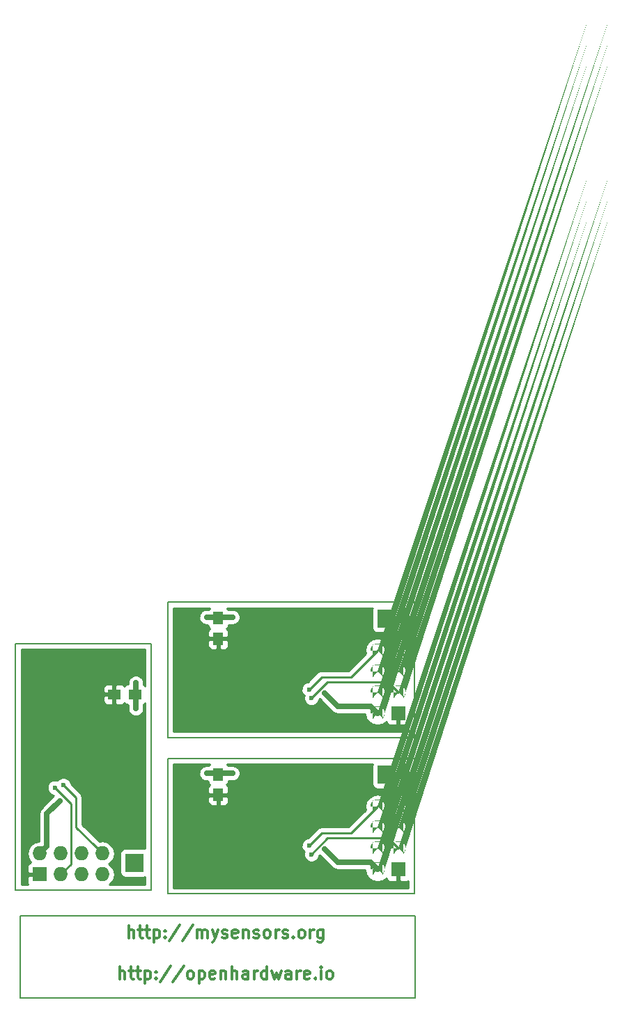
<source format=gtl>
%MOIN*%
%OFA0B0*%
%FSLAX46Y46*%
%IPPOS*%
%LPD*%
%AMREC130*
4,1,3,
0.034,-0.034,
0.034,0.034,
-0.034,0.034,
-0.034,-0.034,
0*
%
%AMOBR140*
4,1,79,
-0.034,0.0000000000000000020818308014980413,
-0.033895189346926355,0.0026676092547467303,
-0.033581403580234689,0.0053187718113678522,
-0.033060577293521007,0.0079371423711007867,
-0.032335921554035224,0.010506577808748214,
-0.031411904105383755,0.013011236700413056,
-0.030294221822404512,0.015435676991144594,
-0.028989765588039139,0.017764951200342265,
-0.027506577808748215,0.019984698577944087,
-0.025853802830401056,0.022081233643226245,
-0.024041630560342621,0.024041630560342617,
-0.022081233643226245,0.025853802830401056,
-0.019984698577944087,0.027506577808748215,
-0.017764951200342265,0.028989765588039139,
-0.015435676991144592,0.030294221822404512,
-0.013011236700413053,0.031411904105383755,
-0.010506577808748212,0.032335921554035224,
-0.0079371423711007832,0.033060577293521007,
-0.0053187718113678496,0.033581403580234689,
-0.0026676092547467281,0.033895189346926355,
0,0.034,
0.0026676092547467281,0.033895189346926355,
0.0053187718113678496,0.033581403580234689,
0.007937142371100785,0.033060577293521007,
0.010506577808748212,0.032335921554035224,
0.013011236700413053,0.031411904105383755,
0.015435676991144592,0.030294221822404512,
0.017764951200342265,0.028989765588039139,
0.019984698577944087,0.027506577808748219,
0.022081233643226245,0.025853802830401056,
0.024041630560342617,0.024041630560342621,
0.025853802830401052,0.022081233643226249,
0.027506577808748215,0.019984698577944091,
0.028989765588039139,0.017764951200342265,
0.030294221822404509,0.015435676991144594,
0.031411904105383755,0.013011236700413053,
0.032335921554035224,0.010506577808748214,
0.033060577293521007,0.0079371423711007867,
0.033581403580234689,0.0053187718113678522,
0.033895189346926355,0.0026676092547467303,
0.034,0.0000000000000000020818308014980413,
0.033895189346926355,-0.0026676092547467264,
0.033581403580234689,-0.0053187718113678478,
0.033060577293521007,-0.0079371423711007832,
0.032335921554035224,-0.01050657780874821,
0.031411904105383755,-0.013011236700413051,
0.030294221822404512,-0.015435676991144589,
0.028989765588039142,-0.017764951200342261,
0.027506577808748219,-0.019984698577944084,
0.025853802830401056,-0.022081233643226245,
0.024041630560342621,-0.024041630560342617,
0.022081233643226238,-0.025853802830401063,
0.019984698577944091,-0.027506577808748215,
0.017764951200342251,-0.028989765588039142,
0.015435676991144596,-0.030294221822404509,
0.013011236700413072,-0.031411904105383741,
0.010506577808748217,-0.032335921554035224,
0.0079371423711007746,-0.033060577293521007,
0.0053187718113678548,-0.033581403580234682,
0.0026676092547467472,-0.033895189346926355,
0.0000000000000000041636616029960833,-0.034,
-0.0026676092547467389,-0.033895189346926355,
-0.0053187718113678452,-0.033581403580234689,
-0.0079371423711007659,-0.033060577293521014,
-0.01050657780874821,-0.032335921554035224,
-0.013011236700413063,-0.031411904105383748,
-0.015435676991144589,-0.030294221822404512,
-0.017764951200342244,-0.028989765588039153,
-0.019984698577944084,-0.027506577808748219,
-0.022081233643226252,-0.025853802830401049,
-0.02404163056034261,-0.024041630560342624,
-0.025853802830401063,-0.022081233643226238,
-0.027506577808748208,-0.019984698577944097,
-0.028989765588039142,-0.017764951200342254,
-0.030294221822404509,-0.015435676991144596,
-0.031411904105383741,-0.013011236700413074,
-0.032335921554035224,-0.010506577808748219,
-0.033060577293521007,-0.0079371423711007763,
-0.033581403580234682,-0.0053187718113678556,
-0.033895189346926355,-0.0026676092547467493,
0*
%
%AMREC150*
4,1,3,
0.024606299212598427,-0.029527559055118113,
0.024606299212598427,0.029527559055118113,
-0.024606299212598427,0.029527559055118113,
-0.024606299212598427,-0.029527559055118113,
0*
%
%AMREC160*
4,1,3,
0.044,-0.044,
0.044,0.044,
-0.044,0.044,
-0.044,-0.044,
0*
%
%AMREC370*
4,1,3,
0.034,-0.034,
0.034,0.034,
-0.034,0.034,
-0.034,-0.034,
0*
%
%AMOBR380*
4,1,79,
-0.034,0.0000000000000000020818308014980413,
-0.033895189346926355,0.0026676092547467303,
-0.033581403580234689,0.0053187718113678522,
-0.033060577293521007,0.0079371423711007867,
-0.032335921554035224,0.010506577808748214,
-0.031411904105383755,0.013011236700413056,
-0.030294221822404512,0.015435676991144594,
-0.028989765588039139,0.017764951200342265,
-0.027506577808748215,0.019984698577944087,
-0.025853802830401056,0.022081233643226245,
-0.024041630560342621,0.024041630560342617,
-0.022081233643226245,0.025853802830401056,
-0.019984698577944087,0.027506577808748215,
-0.017764951200342265,0.028989765588039139,
-0.015435676991144592,0.030294221822404512,
-0.013011236700413053,0.031411904105383755,
-0.010506577808748212,0.032335921554035224,
-0.0079371423711007832,0.033060577293521007,
-0.0053187718113678496,0.033581403580234689,
-0.0026676092547467281,0.033895189346926355,
0,0.034,
0.0026676092547467281,0.033895189346926355,
0.0053187718113678496,0.033581403580234689,
0.007937142371100785,0.033060577293521007,
0.010506577808748212,0.032335921554035224,
0.013011236700413053,0.031411904105383755,
0.015435676991144592,0.030294221822404512,
0.017764951200342265,0.028989765588039139,
0.019984698577944087,0.027506577808748219,
0.022081233643226245,0.025853802830401056,
0.024041630560342617,0.024041630560342621,
0.025853802830401052,0.022081233643226249,
0.027506577808748215,0.019984698577944091,
0.028989765588039139,0.017764951200342265,
0.030294221822404509,0.015435676991144594,
0.031411904105383755,0.013011236700413053,
0.032335921554035224,0.010506577808748214,
0.033060577293521007,0.0079371423711007867,
0.033581403580234689,0.0053187718113678522,
0.033895189346926355,0.0026676092547467303,
0.034,0.0000000000000000020818308014980413,
0.033895189346926355,-0.0026676092547467264,
0.033581403580234689,-0.0053187718113678478,
0.033060577293521007,-0.0079371423711007832,
0.032335921554035224,-0.01050657780874821,
0.031411904105383755,-0.013011236700413051,
0.030294221822404512,-0.015435676991144589,
0.028989765588039142,-0.017764951200342261,
0.027506577808748219,-0.019984698577944084,
0.025853802830401056,-0.022081233643226245,
0.024041630560342621,-0.024041630560342617,
0.022081233643226238,-0.025853802830401063,
0.019984698577944091,-0.027506577808748215,
0.017764951200342251,-0.028989765588039142,
0.015435676991144596,-0.030294221822404509,
0.013011236700413072,-0.031411904105383741,
0.010506577808748217,-0.032335921554035224,
0.0079371423711007746,-0.033060577293521007,
0.0053187718113678548,-0.033581403580234682,
0.0026676092547467472,-0.033895189346926355,
0.0000000000000000041636616029960833,-0.034,
-0.0026676092547467389,-0.033895189346926355,
-0.0053187718113678452,-0.033581403580234689,
-0.0079371423711007659,-0.033060577293521014,
-0.01050657780874821,-0.032335921554035224,
-0.013011236700413063,-0.031411904105383748,
-0.015435676991144589,-0.030294221822404512,
-0.017764951200342244,-0.028989765588039153,
-0.019984698577944084,-0.027506577808748219,
-0.022081233643226252,-0.025853802830401049,
-0.02404163056034261,-0.024041630560342624,
-0.025853802830401063,-0.022081233643226238,
-0.027506577808748208,-0.019984698577944097,
-0.028989765588039142,-0.017764951200342254,
-0.030294221822404509,-0.015435676991144596,
-0.031411904105383741,-0.013011236700413074,
-0.032335921554035224,-0.010506577808748219,
-0.033060577293521007,-0.0079371423711007763,
-0.033581403580234682,-0.0053187718113678556,
-0.033895189346926355,-0.0026676092547467493,
0*
%
%AMREC390*
4,1,3,
0.024606299212598427,-0.029527559055118113,
0.024606299212598427,0.029527559055118113,
-0.024606299212598427,0.029527559055118113,
-0.024606299212598427,-0.029527559055118113,
0*
%
%AMREC400*
4,1,3,
0.044,-0.044,
0.044,0.044,
-0.044,0.044,
-0.044,-0.044,
0*
%
%ADD10C,0.0039370078740157488*%
%ADD11C,0.005905511811023622*%
%ADD12R,0.068X0.068*%
%ADD13O,0.068X0.068*%
%ADD14R,0.059055118110236227X0.049212598425196853*%
%ADD15R,0.088X0.088*%
%ADD16C,0.023622047244094488*%
%ADD17C,0.01*%
%ADD18C,0.025*%
%ADD29C,0.0039370078740157488*%
%ADD30C,0.005905511811023622*%
%ADD31REC130*%
%ADD32OBR140*%
%ADD33REC150*%
%ADD34REC160*%
%ADD35C,0.023622047244094488*%
%ADD36C,0.01*%
%ADD37C,0.025*%
%ADD48C,0.0039370078740157488*%
%ADD49C,0.005905511811023622*%
%ADD50REC370*%
%ADD51OBR380*%
%ADD52REC390*%
%ADD53REC400*%
%ADD54C,0.023622047244094488*%
%ADD55C,0.01*%
%ADD56C,0.025*%
%ADD67C,0.0039370078740157488*%
%ADD68C,0.011811023622047244*%
%ADD69C,0.005905511811023622*%
%LPD*%
G04 #@! TF.FileFunction,Copper,L1,Top,Signal*
G04 Gerber Fmt 4.6, Leading zero omitted, Abs format (unit mm)*
G04 Created by KiCad (PCBNEW 4.0.1-3.201512221401+6198~38~ubuntu15.10.1-stable) date søn 24 jan 2016 12:57:00 CET*
G01*
G04 APERTURE LIST*
G04 APERTURE END LIST*
D10*
D11*
X0000016204Y0001696850D02*
X0000016204Y0000515748D01*
X0000664204Y0001696850D02*
X0000016204Y0001696850D01*
X0000664204Y0000515748D02*
X0000664204Y0001696850D01*
X0000016204Y0000515748D02*
X0000664204Y0000515748D01*
D12*
X0000132204Y0000592125D03*
D13*
X0000132204Y0000692125D03*
X0000232204Y0000592125D03*
X0000232204Y0000692125D03*
X0000332203Y0000592125D03*
X0000332203Y0000692125D03*
X0000432204Y0000592125D03*
X0000432204Y0000692125D03*
D14*
X0000587417Y0001454125D03*
X0000488992Y0001454125D03*
D15*
X0000586204Y0000648125D03*
D16*
X0000204204Y0001008124D03*
X0000592204Y0001386125D03*
X0000228204Y0000944125D03*
X0000592204Y0001510125D03*
X0000540204Y0000944125D03*
X0000246204Y0001020125D03*
D17*
X0000232204Y0000592125D02*
X0000281204Y0000641126D01*
X0000281204Y0000931125D02*
X0000204204Y0001008124D01*
X0000281204Y0000641126D02*
X0000281204Y0000931125D01*
D18*
X0000592204Y0001386125D02*
X0000592204Y0001449338D01*
X0000592204Y0001449338D02*
X0000587417Y0001454125D01*
X0000166204Y0000882125D02*
X0000228204Y0000944125D01*
X0000132204Y0000692125D02*
X0000166204Y0000726125D01*
X0000166204Y0000726125D02*
X0000166204Y0000882125D01*
X0000592204Y0001510125D02*
X0000592204Y0001458913D01*
X0000592204Y0001458913D02*
X0000587417Y0001454125D01*
D17*
X0000246204Y0001020125D02*
X0000306204Y0000960125D01*
X0000306204Y0000960125D02*
X0000306204Y0000818125D01*
X0000306204Y0000818125D02*
X0000392204Y0000732125D01*
X0000392204Y0000732125D02*
X0000432204Y0000692125D01*
G36*
X0000636251Y0001494894D02*
X0000635216Y0001496505D01*
X0000629704Y0001500271D01*
X0000629704Y0001510125D01*
X0000629018Y0001513574D01*
X0000629022Y0001517416D01*
X0000627542Y0001520997D01*
X0000626850Y0001524475D01*
X0000624896Y0001527400D01*
X0000623429Y0001530950D01*
X0000620691Y0001533692D01*
X0000618721Y0001536642D01*
X0000615797Y0001538595D01*
X0000613083Y0001541314D01*
X0000609504Y0001542799D01*
X0000606555Y0001544769D01*
X0000603106Y0001545457D01*
X0000599559Y0001546930D01*
X0000595683Y0001546934D01*
X0000592204Y0001547625D01*
X0000588756Y0001546939D01*
X0000584914Y0001546943D01*
X0000581332Y0001545463D01*
X0000577854Y0001544769D01*
X0000574930Y0001542818D01*
X0000571380Y0001541351D01*
X0000568637Y0001538613D01*
X0000565688Y0001536642D01*
X0000563734Y0001533719D01*
X0000561016Y0001531005D01*
X0000559529Y0001527425D01*
X0000557559Y0001524475D01*
X0000556873Y0001521028D01*
X0000555400Y0001517480D01*
X0000555396Y0001513604D01*
X0000554704Y0001510125D01*
X0000554704Y0001503622D01*
X0000548625Y0001502478D01*
X0000540116Y0001497002D01*
X0000538284Y0001494322D01*
X0000532681Y0001499926D01*
X0000523491Y0001503732D01*
X0000500241Y0001503732D01*
X0000493992Y0001497482D01*
X0000493992Y0001459125D01*
X0000494779Y0001459125D01*
X0000494779Y0001449125D01*
X0000493992Y0001449125D01*
X0000493992Y0001410769D01*
X0000500241Y0001404519D01*
X0000523491Y0001404519D01*
X0000532681Y0001408324D01*
X0000538241Y0001413886D01*
X0000539618Y0001411746D01*
X0000547972Y0001406038D01*
X0000554704Y0001404674D01*
X0000554704Y0001386125D01*
X0000555390Y0001382677D01*
X0000555387Y0001378835D01*
X0000556867Y0001375254D01*
X0000557559Y0001371775D01*
X0000559512Y0001368851D01*
X0000560979Y0001365301D01*
X0000563717Y0001362558D01*
X0000565688Y0001359609D01*
X0000568611Y0001357656D01*
X0000571325Y0001354937D01*
X0000574904Y0001353451D01*
X0000577854Y0001351480D01*
X0000581302Y0001350794D01*
X0000584850Y0001349321D01*
X0000588725Y0001349317D01*
X0000592204Y0001348625D01*
X0000595653Y0001349311D01*
X0000599494Y0001349308D01*
X0000603076Y0001350788D01*
X0000606555Y0001351480D01*
X0000609478Y0001353433D01*
X0000613029Y0001354900D01*
X0000615772Y0001357638D01*
X0000618721Y0001359609D01*
X0000620674Y0001362532D01*
X0000623393Y0001365246D01*
X0000624879Y0001368826D01*
X0000626850Y0001371775D01*
X0000627536Y0001375223D01*
X0000629009Y0001378771D01*
X0000629012Y0001382647D01*
X0000629704Y0001386125D01*
X0000629704Y0001408022D01*
X0000634718Y0001411248D01*
X0000636251Y0001413493D01*
X0000636251Y0000716391D01*
X0000630204Y0000717615D01*
X0000542204Y0000717615D01*
X0000532940Y0000715872D01*
X0000524431Y0000710397D01*
X0000518723Y0000702042D01*
X0000516714Y0000692125D01*
X0000516714Y0000604125D01*
X0000518458Y0000594861D01*
X0000523933Y0000586352D01*
X0000532287Y0000580644D01*
X0000542204Y0000578636D01*
X0000630204Y0000578636D01*
X0000636251Y0000579774D01*
X0000636251Y0000543700D01*
X0000465617Y0000543700D01*
X0000473924Y0000549250D01*
X0000486713Y0000568391D01*
X0000491204Y0000590970D01*
X0000491204Y0000593281D01*
X0000486713Y0000615860D01*
X0000473924Y0000635001D01*
X0000463259Y0000642125D01*
X0000473924Y0000649250D01*
X0000486713Y0000668391D01*
X0000491204Y0000690970D01*
X0000491204Y0000693281D01*
X0000486713Y0000715860D01*
X0000473924Y0000735001D01*
X0000454783Y0000747790D01*
X0000432204Y0000752281D01*
X0000417416Y0000749340D01*
X0000336204Y0000830552D01*
X0000336204Y0000960125D01*
X0000333921Y0000971606D01*
X0000331419Y0000975350D01*
X0000327417Y0000981339D01*
X0000283020Y0001025736D01*
X0000283022Y0001027416D01*
X0000277429Y0001040950D01*
X0000267083Y0001051314D01*
X0000253558Y0001056930D01*
X0000238913Y0001056943D01*
X0000225380Y0001051351D01*
X0000216777Y0001042763D01*
X0000211559Y0001044929D01*
X0000196914Y0001044943D01*
X0000183380Y0001039350D01*
X0000173016Y0001029005D01*
X0000167400Y0001015479D01*
X0000167387Y0001000834D01*
X0000172979Y0000987301D01*
X0000183325Y0000976937D01*
X0000196850Y0000971321D01*
X0000198584Y0000971319D01*
X0000200474Y0000969429D01*
X0000139688Y0000908642D01*
X0000131559Y0000896476D01*
X0000128704Y0000882125D01*
X0000128704Y0000751584D01*
X0000109626Y0000747790D01*
X0000090485Y0000735001D01*
X0000077695Y0000715860D01*
X0000073204Y0000693281D01*
X0000073204Y0000690970D01*
X0000077695Y0000668391D01*
X0000090098Y0000649828D01*
X0000084043Y0000647319D01*
X0000077010Y0000640287D01*
X0000073204Y0000631098D01*
X0000073204Y0000603375D01*
X0000079454Y0000597125D01*
X0000127204Y0000597125D01*
X0000127204Y0000597913D01*
X0000137204Y0000597913D01*
X0000137204Y0000597125D01*
X0000137992Y0000597125D01*
X0000137992Y0000587125D01*
X0000137204Y0000587125D01*
X0000137204Y0000586338D01*
X0000127204Y0000586338D01*
X0000127204Y0000587125D01*
X0000079454Y0000587125D01*
X0000073204Y0000580875D01*
X0000073204Y0000553153D01*
X0000077010Y0000543964D01*
X0000077274Y0000543700D01*
X0000044157Y0000543700D01*
X0000044157Y0001442875D01*
X0000434464Y0001442875D01*
X0000434464Y0001424546D01*
X0000438270Y0001415358D01*
X0000445303Y0001408324D01*
X0000454491Y0001404519D01*
X0000477742Y0001404519D01*
X0000483992Y0001410769D01*
X0000483992Y0001449125D01*
X0000440714Y0001449125D01*
X0000434464Y0001442875D01*
X0000044157Y0001442875D01*
X0000044157Y0001483705D01*
X0000434464Y0001483705D01*
X0000434464Y0001465375D01*
X0000440714Y0001459125D01*
X0000483992Y0001459125D01*
X0000483992Y0001497482D01*
X0000477742Y0001503732D01*
X0000454491Y0001503732D01*
X0000445303Y0001499926D01*
X0000438270Y0001492893D01*
X0000434464Y0001483705D01*
X0000044157Y0001483705D01*
X0000044157Y0001668896D01*
X0000636251Y0001668896D01*
X0000636251Y0001494894D01*
X0000636251Y0001494894D01*
G37*
X0000636251Y0001494894D02*
X0000635216Y0001496505D01*
X0000629704Y0001500271D01*
X0000629704Y0001510125D01*
X0000629018Y0001513574D01*
X0000629022Y0001517416D01*
X0000627542Y0001520997D01*
X0000626850Y0001524475D01*
X0000624896Y0001527400D01*
X0000623429Y0001530950D01*
X0000620691Y0001533692D01*
X0000618721Y0001536642D01*
X0000615797Y0001538595D01*
X0000613083Y0001541314D01*
X0000609504Y0001542799D01*
X0000606555Y0001544769D01*
X0000603106Y0001545457D01*
X0000599559Y0001546930D01*
X0000595683Y0001546934D01*
X0000592204Y0001547625D01*
X0000588756Y0001546939D01*
X0000584914Y0001546943D01*
X0000581332Y0001545463D01*
X0000577854Y0001544769D01*
X0000574930Y0001542818D01*
X0000571380Y0001541351D01*
X0000568637Y0001538613D01*
X0000565688Y0001536642D01*
X0000563734Y0001533719D01*
X0000561016Y0001531005D01*
X0000559529Y0001527425D01*
X0000557559Y0001524475D01*
X0000556873Y0001521028D01*
X0000555400Y0001517480D01*
X0000555396Y0001513604D01*
X0000554704Y0001510125D01*
X0000554704Y0001503622D01*
X0000548625Y0001502478D01*
X0000540116Y0001497002D01*
X0000538284Y0001494322D01*
X0000532681Y0001499926D01*
X0000523491Y0001503732D01*
X0000500241Y0001503732D01*
X0000493992Y0001497482D01*
X0000493992Y0001459125D01*
X0000494779Y0001459125D01*
X0000494779Y0001449125D01*
X0000493992Y0001449125D01*
X0000493992Y0001410769D01*
X0000500241Y0001404519D01*
X0000523491Y0001404519D01*
X0000532681Y0001408324D01*
X0000538241Y0001413886D01*
X0000539618Y0001411746D01*
X0000547972Y0001406038D01*
X0000554704Y0001404674D01*
X0000554704Y0001386125D01*
X0000555390Y0001382677D01*
X0000555387Y0001378835D01*
X0000556867Y0001375254D01*
X0000557559Y0001371775D01*
X0000559512Y0001368851D01*
X0000560979Y0001365301D01*
X0000563717Y0001362558D01*
X0000565688Y0001359609D01*
X0000568611Y0001357656D01*
X0000571325Y0001354937D01*
X0000574904Y0001353451D01*
X0000577854Y0001351480D01*
X0000581302Y0001350794D01*
X0000584850Y0001349321D01*
X0000588725Y0001349317D01*
X0000592204Y0001348625D01*
X0000595653Y0001349311D01*
X0000599494Y0001349308D01*
X0000603076Y0001350788D01*
X0000606555Y0001351480D01*
X0000609478Y0001353433D01*
X0000613029Y0001354900D01*
X0000615772Y0001357638D01*
X0000618721Y0001359609D01*
X0000620674Y0001362532D01*
X0000623393Y0001365246D01*
X0000624879Y0001368826D01*
X0000626850Y0001371775D01*
X0000627536Y0001375223D01*
X0000629009Y0001378771D01*
X0000629012Y0001382647D01*
X0000629704Y0001386125D01*
X0000629704Y0001408022D01*
X0000634718Y0001411248D01*
X0000636251Y0001413493D01*
X0000636251Y0000716391D01*
X0000630204Y0000717615D01*
X0000542204Y0000717615D01*
X0000532940Y0000715872D01*
X0000524431Y0000710397D01*
X0000518723Y0000702042D01*
X0000516714Y0000692125D01*
X0000516714Y0000604125D01*
X0000518458Y0000594861D01*
X0000523933Y0000586352D01*
X0000532287Y0000580644D01*
X0000542204Y0000578636D01*
X0000630204Y0000578636D01*
X0000636251Y0000579774D01*
X0000636251Y0000543700D01*
X0000465617Y0000543700D01*
X0000473924Y0000549250D01*
X0000486713Y0000568391D01*
X0000491204Y0000590970D01*
X0000491204Y0000593281D01*
X0000486713Y0000615860D01*
X0000473924Y0000635001D01*
X0000463259Y0000642125D01*
X0000473924Y0000649250D01*
X0000486713Y0000668391D01*
X0000491204Y0000690970D01*
X0000491204Y0000693281D01*
X0000486713Y0000715860D01*
X0000473924Y0000735001D01*
X0000454783Y0000747790D01*
X0000432204Y0000752281D01*
X0000417416Y0000749340D01*
X0000336204Y0000830552D01*
X0000336204Y0000960125D01*
X0000333921Y0000971606D01*
X0000331419Y0000975350D01*
X0000327417Y0000981339D01*
X0000283020Y0001025736D01*
X0000283022Y0001027416D01*
X0000277429Y0001040950D01*
X0000267083Y0001051314D01*
X0000253558Y0001056930D01*
X0000238913Y0001056943D01*
X0000225380Y0001051351D01*
X0000216777Y0001042763D01*
X0000211559Y0001044929D01*
X0000196914Y0001044943D01*
X0000183380Y0001039350D01*
X0000173016Y0001029005D01*
X0000167400Y0001015479D01*
X0000167387Y0001000834D01*
X0000172979Y0000987301D01*
X0000183325Y0000976937D01*
X0000196850Y0000971321D01*
X0000198584Y0000971319D01*
X0000200474Y0000969429D01*
X0000139688Y0000908642D01*
X0000131559Y0000896476D01*
X0000128704Y0000882125D01*
X0000128704Y0000751584D01*
X0000109626Y0000747790D01*
X0000090485Y0000735001D01*
X0000077695Y0000715860D01*
X0000073204Y0000693281D01*
X0000073204Y0000690970D01*
X0000077695Y0000668391D01*
X0000090098Y0000649828D01*
X0000084043Y0000647319D01*
X0000077010Y0000640287D01*
X0000073204Y0000631098D01*
X0000073204Y0000603375D01*
X0000079454Y0000597125D01*
X0000127204Y0000597125D01*
X0000127204Y0000597913D01*
X0000137204Y0000597913D01*
X0000137204Y0000597125D01*
X0000137992Y0000597125D01*
X0000137992Y0000587125D01*
X0000137204Y0000587125D01*
X0000137204Y0000586338D01*
X0000127204Y0000586338D01*
X0000127204Y0000587125D01*
X0000079454Y0000587125D01*
X0000073204Y0000580875D01*
X0000073204Y0000553153D01*
X0000077010Y0000543964D01*
X0000077274Y0000543700D01*
X0000044157Y0000543700D01*
X0000044157Y0001442875D01*
X0000434464Y0001442875D01*
X0000434464Y0001424546D01*
X0000438270Y0001415358D01*
X0000445303Y0001408324D01*
X0000454491Y0001404519D01*
X0000477742Y0001404519D01*
X0000483992Y0001410769D01*
X0000483992Y0001449125D01*
X0000440714Y0001449125D01*
X0000434464Y0001442875D01*
X0000044157Y0001442875D01*
X0000044157Y0001483705D01*
X0000434464Y0001483705D01*
X0000434464Y0001465375D01*
X0000440714Y0001459125D01*
X0000483992Y0001459125D01*
X0000483992Y0001497482D01*
X0000477742Y0001503732D01*
X0000454491Y0001503732D01*
X0000445303Y0001499926D01*
X0000438270Y0001492893D01*
X0000434464Y0001483705D01*
X0000044157Y0001483705D01*
X0000044157Y0001668896D01*
X0000636251Y0001668896D01*
X0000636251Y0001494894D01*
G04 #@! TF.FileFunction,Copper,L1,Top,Signal*
G04 Gerber Fmt 4.6, Leading zero omitted, Abs format (unit mm)*
G04 Created by KiCad (PCBNEW 4.0.1-3.201512221401+6198~38~ubuntu15.10.1-stable) date søn 24 jan 2016 12:57:00 CET*
G01*
G04 APERTURE LIST*
G04 APERTURE END LIST*
D29*
D30*
X0000744094Y0000500456D02*
X0001925196Y0000500456D01*
X0000744094Y0001148456D02*
X0000744094Y0000500456D01*
X0001925196Y0001148456D02*
X0000744094Y0001148456D01*
X0001925196Y0000500456D02*
X0001925196Y0001148456D01*
D31*
X0001848818Y0000616456D03*
D32*
X0001748818Y0000616456D03*
X0001848818Y0000716456D03*
X0001748818Y0000716456D03*
X0001848818Y0000816455D03*
X0001748818Y0000816455D03*
X0001848818Y0000916456D03*
X0001748818Y0000916456D03*
D33*
X0000986818Y0001071669D03*
X0000986818Y0000973244D03*
D34*
X0001792818Y0001070456D03*
D35*
X0001432818Y0000688456D03*
X0001054818Y0001076456D03*
X0001496817Y0000712456D03*
X0000930818Y0001076456D03*
X0001496817Y0001024456D03*
X0001420818Y0000730456D03*
D36*
X0001848818Y0000716456D02*
X0001799817Y0000765456D01*
X0001509818Y0000765456D02*
X0001432818Y0000688456D01*
X0001799817Y0000765456D02*
X0001509818Y0000765456D01*
D37*
X0001054818Y0001076456D02*
X0000991606Y0001076456D01*
X0000991606Y0001076456D02*
X0000986818Y0001071669D01*
X0001558818Y0000650456D02*
X0001496817Y0000712456D01*
X0001748818Y0000616456D02*
X0001714817Y0000650456D01*
X0001714817Y0000650456D02*
X0001558818Y0000650456D01*
X0000930818Y0001076456D02*
X0000982031Y0001076456D01*
X0000982031Y0001076456D02*
X0000986818Y0001071669D01*
D36*
X0001420818Y0000730456D02*
X0001480818Y0000790456D01*
X0001480818Y0000790456D02*
X0001622818Y0000790456D01*
X0001622818Y0000790456D02*
X0001708817Y0000876456D01*
X0001708817Y0000876456D02*
X0001748818Y0000916456D01*
G36*
X0000946049Y0001120503D02*
X0000944439Y0001119468D01*
X0000940672Y0001113956D01*
X0000930818Y0001113956D01*
X0000927370Y0001113270D01*
X0000923528Y0001113274D01*
X0000919947Y0001111794D01*
X0000916468Y0001111102D01*
X0000913544Y0001109148D01*
X0000909993Y0001107681D01*
X0000907251Y0001104943D01*
X0000904302Y0001102973D01*
X0000902349Y0001100049D01*
X0000899630Y0001097335D01*
X0000898144Y0001093756D01*
X0000896173Y0001090807D01*
X0000895487Y0001087358D01*
X0000894014Y0001083810D01*
X0000894010Y0001079935D01*
X0000893318Y0001076456D01*
X0000894004Y0001073008D01*
X0000894001Y0001069166D01*
X0000895481Y0001065584D01*
X0000896173Y0001062106D01*
X0000898126Y0001059182D01*
X0000899593Y0001055632D01*
X0000902331Y0001052889D01*
X0000904302Y0001049940D01*
X0000907224Y0001047986D01*
X0000909939Y0001045268D01*
X0000913519Y0001043781D01*
X0000916468Y0001041811D01*
X0000919916Y0001041125D01*
X0000923464Y0001039652D01*
X0000927340Y0001039647D01*
X0000930818Y0001038956D01*
X0000937322Y0001038956D01*
X0000938466Y0001032877D01*
X0000943941Y0001024368D01*
X0000946622Y0001022535D01*
X0000941018Y0001016932D01*
X0000937212Y0001007744D01*
X0000937212Y0000984494D01*
X0000943462Y0000978243D01*
X0000981818Y0000978243D01*
X0000981818Y0000979031D01*
X0000991818Y0000979031D01*
X0000991818Y0000978243D01*
X0001030175Y0000978243D01*
X0001036424Y0000984494D01*
X0001036424Y0001007744D01*
X0001032619Y0001016932D01*
X0001027058Y0001022493D01*
X0001029198Y0001023870D01*
X0001034906Y0001032224D01*
X0001036269Y0001038956D01*
X0001054818Y0001038956D01*
X0001058267Y0001039642D01*
X0001062108Y0001039639D01*
X0001065690Y0001041118D01*
X0001069169Y0001041811D01*
X0001072092Y0001043763D01*
X0001075643Y0001045231D01*
X0001078386Y0001047968D01*
X0001081335Y0001049940D01*
X0001083288Y0001052863D01*
X0001086007Y0001055577D01*
X0001087493Y0001059156D01*
X0001089464Y0001062106D01*
X0001090150Y0001065554D01*
X0001091623Y0001069102D01*
X0001091626Y0001072977D01*
X0001092318Y0001076456D01*
X0001091632Y0001079905D01*
X0001091636Y0001083746D01*
X0001090156Y0001087328D01*
X0001089464Y0001090807D01*
X0001087510Y0001093730D01*
X0001086043Y0001097281D01*
X0001083305Y0001100024D01*
X0001081335Y0001102973D01*
X0001078411Y0001104926D01*
X0001075697Y0001107645D01*
X0001072118Y0001109131D01*
X0001069169Y0001111102D01*
X0001065721Y0001111788D01*
X0001062173Y0001113261D01*
X0001058297Y0001113264D01*
X0001054818Y0001113956D01*
X0001032921Y0001113956D01*
X0001029696Y0001118970D01*
X0001027450Y0001120503D01*
X0001724553Y0001120503D01*
X0001723329Y0001114456D01*
X0001723329Y0001026456D01*
X0001725072Y0001017192D01*
X0001730547Y0001008683D01*
X0001738900Y0001002975D01*
X0001748818Y0001000966D01*
X0001836818Y0001000966D01*
X0001846082Y0001002710D01*
X0001854592Y0001008185D01*
X0001860299Y0001016539D01*
X0001862308Y0001026456D01*
X0001862308Y0001114456D01*
X0001861170Y0001120503D01*
X0001897244Y0001120503D01*
X0001897244Y0000949869D01*
X0001891694Y0000958175D01*
X0001872553Y0000970965D01*
X0001849974Y0000975456D01*
X0001847663Y0000975456D01*
X0001825084Y0000970965D01*
X0001805943Y0000958175D01*
X0001798818Y0000947512D01*
X0001791694Y0000958175D01*
X0001772553Y0000970965D01*
X0001749974Y0000975456D01*
X0001747663Y0000975456D01*
X0001725084Y0000970965D01*
X0001705943Y0000958175D01*
X0001693154Y0000939034D01*
X0001688663Y0000916456D01*
X0001691604Y0000901668D01*
X0001610391Y0000820456D01*
X0001480818Y0000820456D01*
X0001469338Y0000818173D01*
X0001465593Y0000815670D01*
X0001459604Y0000811669D01*
X0001415208Y0000767272D01*
X0001413528Y0000767274D01*
X0001399994Y0000761681D01*
X0001389629Y0000751335D01*
X0001384014Y0000737810D01*
X0001384000Y0000723166D01*
X0001389593Y0000709631D01*
X0001398181Y0000701029D01*
X0001396014Y0000695809D01*
X0001396000Y0000681166D01*
X0001401593Y0000667632D01*
X0001411939Y0000657267D01*
X0001425463Y0000651652D01*
X0001440108Y0000651639D01*
X0001453643Y0000657231D01*
X0001464007Y0000667576D01*
X0001469623Y0000681102D01*
X0001469625Y0000682836D01*
X0001471515Y0000684726D01*
X0001532302Y0000623940D01*
X0001544468Y0000615811D01*
X0001558818Y0000612956D01*
X0001689359Y0000612956D01*
X0001693154Y0000593878D01*
X0001705943Y0000574737D01*
X0001725084Y0000561947D01*
X0001747663Y0000557456D01*
X0001749974Y0000557456D01*
X0001772553Y0000561947D01*
X0001791116Y0000574351D01*
X0001793624Y0000568295D01*
X0001800657Y0000561262D01*
X0001809846Y0000557456D01*
X0001837568Y0000557456D01*
X0001843818Y0000563706D01*
X0001843818Y0000611456D01*
X0001843031Y0000611456D01*
X0001843031Y0000621456D01*
X0001843818Y0000621456D01*
X0001843818Y0000622244D01*
X0001853818Y0000622244D01*
X0001853818Y0000621456D01*
X0001854606Y0000621456D01*
X0001854606Y0000611456D01*
X0001853818Y0000611456D01*
X0001853818Y0000563706D01*
X0001860068Y0000557456D01*
X0001887791Y0000557456D01*
X0001896980Y0000561262D01*
X0001897244Y0000561526D01*
X0001897244Y0000528409D01*
X0000998068Y0000528409D01*
X0000998068Y0000918716D01*
X0001016397Y0000918716D01*
X0001025586Y0000922522D01*
X0001032619Y0000929555D01*
X0001036424Y0000938743D01*
X0001036424Y0000961994D01*
X0001030175Y0000968244D01*
X0000991818Y0000968244D01*
X0000991818Y0000924966D01*
X0000998068Y0000918716D01*
X0000998068Y0000528409D01*
X0000957239Y0000528409D01*
X0000957239Y0000918716D01*
X0000975568Y0000918716D01*
X0000981818Y0000924966D01*
X0000981818Y0000968244D01*
X0000943462Y0000968244D01*
X0000937212Y0000961994D01*
X0000937212Y0000938743D01*
X0000941018Y0000929555D01*
X0000948051Y0000922522D01*
X0000957239Y0000918716D01*
X0000957239Y0000528409D01*
X0000772047Y0000528409D01*
X0000772047Y0001120503D01*
X0000946049Y0001120503D01*
X0000946049Y0001120503D01*
G37*
X0000946049Y0001120503D02*
X0000944439Y0001119468D01*
X0000940672Y0001113956D01*
X0000930818Y0001113956D01*
X0000927370Y0001113270D01*
X0000923528Y0001113274D01*
X0000919947Y0001111794D01*
X0000916468Y0001111102D01*
X0000913544Y0001109148D01*
X0000909993Y0001107681D01*
X0000907251Y0001104943D01*
X0000904302Y0001102973D01*
X0000902349Y0001100049D01*
X0000899630Y0001097335D01*
X0000898144Y0001093756D01*
X0000896173Y0001090807D01*
X0000895487Y0001087358D01*
X0000894014Y0001083810D01*
X0000894010Y0001079935D01*
X0000893318Y0001076456D01*
X0000894004Y0001073008D01*
X0000894001Y0001069166D01*
X0000895481Y0001065584D01*
X0000896173Y0001062106D01*
X0000898126Y0001059182D01*
X0000899593Y0001055632D01*
X0000902331Y0001052889D01*
X0000904302Y0001049940D01*
X0000907224Y0001047986D01*
X0000909939Y0001045268D01*
X0000913519Y0001043781D01*
X0000916468Y0001041811D01*
X0000919916Y0001041125D01*
X0000923464Y0001039652D01*
X0000927340Y0001039647D01*
X0000930818Y0001038956D01*
X0000937322Y0001038956D01*
X0000938466Y0001032877D01*
X0000943941Y0001024368D01*
X0000946622Y0001022535D01*
X0000941018Y0001016932D01*
X0000937212Y0001007744D01*
X0000937212Y0000984494D01*
X0000943462Y0000978243D01*
X0000981818Y0000978243D01*
X0000981818Y0000979031D01*
X0000991818Y0000979031D01*
X0000991818Y0000978243D01*
X0001030175Y0000978243D01*
X0001036424Y0000984494D01*
X0001036424Y0001007744D01*
X0001032619Y0001016932D01*
X0001027058Y0001022493D01*
X0001029198Y0001023870D01*
X0001034906Y0001032224D01*
X0001036269Y0001038956D01*
X0001054818Y0001038956D01*
X0001058267Y0001039642D01*
X0001062108Y0001039639D01*
X0001065690Y0001041118D01*
X0001069169Y0001041811D01*
X0001072092Y0001043763D01*
X0001075643Y0001045231D01*
X0001078386Y0001047968D01*
X0001081335Y0001049940D01*
X0001083288Y0001052863D01*
X0001086007Y0001055577D01*
X0001087493Y0001059156D01*
X0001089464Y0001062106D01*
X0001090150Y0001065554D01*
X0001091623Y0001069102D01*
X0001091626Y0001072977D01*
X0001092318Y0001076456D01*
X0001091632Y0001079905D01*
X0001091636Y0001083746D01*
X0001090156Y0001087328D01*
X0001089464Y0001090807D01*
X0001087510Y0001093730D01*
X0001086043Y0001097281D01*
X0001083305Y0001100024D01*
X0001081335Y0001102973D01*
X0001078411Y0001104926D01*
X0001075697Y0001107645D01*
X0001072118Y0001109131D01*
X0001069169Y0001111102D01*
X0001065721Y0001111788D01*
X0001062173Y0001113261D01*
X0001058297Y0001113264D01*
X0001054818Y0001113956D01*
X0001032921Y0001113956D01*
X0001029696Y0001118970D01*
X0001027450Y0001120503D01*
X0001724553Y0001120503D01*
X0001723329Y0001114456D01*
X0001723329Y0001026456D01*
X0001725072Y0001017192D01*
X0001730547Y0001008683D01*
X0001738900Y0001002975D01*
X0001748818Y0001000966D01*
X0001836818Y0001000966D01*
X0001846082Y0001002710D01*
X0001854592Y0001008185D01*
X0001860299Y0001016539D01*
X0001862308Y0001026456D01*
X0001862308Y0001114456D01*
X0001861170Y0001120503D01*
X0001897244Y0001120503D01*
X0001897244Y0000949869D01*
X0001891694Y0000958175D01*
X0001872553Y0000970965D01*
X0001849974Y0000975456D01*
X0001847663Y0000975456D01*
X0001825084Y0000970965D01*
X0001805943Y0000958175D01*
X0001798818Y0000947512D01*
X0001791694Y0000958175D01*
X0001772553Y0000970965D01*
X0001749974Y0000975456D01*
X0001747663Y0000975456D01*
X0001725084Y0000970965D01*
X0001705943Y0000958175D01*
X0001693154Y0000939034D01*
X0001688663Y0000916456D01*
X0001691604Y0000901668D01*
X0001610391Y0000820456D01*
X0001480818Y0000820456D01*
X0001469338Y0000818173D01*
X0001465593Y0000815670D01*
X0001459604Y0000811669D01*
X0001415208Y0000767272D01*
X0001413528Y0000767274D01*
X0001399994Y0000761681D01*
X0001389629Y0000751335D01*
X0001384014Y0000737810D01*
X0001384000Y0000723166D01*
X0001389593Y0000709631D01*
X0001398181Y0000701029D01*
X0001396014Y0000695809D01*
X0001396000Y0000681166D01*
X0001401593Y0000667632D01*
X0001411939Y0000657267D01*
X0001425463Y0000651652D01*
X0001440108Y0000651639D01*
X0001453643Y0000657231D01*
X0001464007Y0000667576D01*
X0001469623Y0000681102D01*
X0001469625Y0000682836D01*
X0001471515Y0000684726D01*
X0001532302Y0000623940D01*
X0001544468Y0000615811D01*
X0001558818Y0000612956D01*
X0001689359Y0000612956D01*
X0001693154Y0000593878D01*
X0001705943Y0000574737D01*
X0001725084Y0000561947D01*
X0001747663Y0000557456D01*
X0001749974Y0000557456D01*
X0001772553Y0000561947D01*
X0001791116Y0000574351D01*
X0001793624Y0000568295D01*
X0001800657Y0000561262D01*
X0001809846Y0000557456D01*
X0001837568Y0000557456D01*
X0001843818Y0000563706D01*
X0001843818Y0000611456D01*
X0001843031Y0000611456D01*
X0001843031Y0000621456D01*
X0001843818Y0000621456D01*
X0001843818Y0000622244D01*
X0001853818Y0000622244D01*
X0001853818Y0000621456D01*
X0001854606Y0000621456D01*
X0001854606Y0000611456D01*
X0001853818Y0000611456D01*
X0001853818Y0000563706D01*
X0001860068Y0000557456D01*
X0001887791Y0000557456D01*
X0001896980Y0000561262D01*
X0001897244Y0000561526D01*
X0001897244Y0000528409D01*
X0000998068Y0000528409D01*
X0000998068Y0000918716D01*
X0001016397Y0000918716D01*
X0001025586Y0000922522D01*
X0001032619Y0000929555D01*
X0001036424Y0000938743D01*
X0001036424Y0000961994D01*
X0001030175Y0000968244D01*
X0000991818Y0000968244D01*
X0000991818Y0000924966D01*
X0000998068Y0000918716D01*
X0000998068Y0000528409D01*
X0000957239Y0000528409D01*
X0000957239Y0000918716D01*
X0000975568Y0000918716D01*
X0000981818Y0000924966D01*
X0000981818Y0000968244D01*
X0000943462Y0000968244D01*
X0000937212Y0000961994D01*
X0000937212Y0000938743D01*
X0000941018Y0000929555D01*
X0000948051Y0000922522D01*
X0000957239Y0000918716D01*
X0000957239Y0000528409D01*
X0000772047Y0000528409D01*
X0000772047Y0001120503D01*
X0000946049Y0001120503D01*
G04 #@! TF.FileFunction,Copper,L1,Top,Signal*
G04 Gerber Fmt 4.6, Leading zero omitted, Abs format (unit mm)*
G04 Created by KiCad (PCBNEW 4.0.1-3.201512221401+6198~38~ubuntu15.10.1-stable) date søn 24 jan 2016 12:57:00 CET*
G01*
G04 APERTURE LIST*
G04 APERTURE END LIST*
D48*
D49*
X0000744094Y0001248488D02*
X0001925196Y0001248488D01*
X0000744094Y0001896488D02*
X0000744094Y0001248488D01*
X0001925196Y0001896488D02*
X0000744094Y0001896488D01*
X0001925196Y0001248488D02*
X0001925196Y0001896488D01*
D50*
X0001848818Y0001364488D03*
D51*
X0001748818Y0001364488D03*
X0001848818Y0001464488D03*
X0001748818Y0001464488D03*
X0001848818Y0001564488D03*
X0001748818Y0001564488D03*
X0001848818Y0001664488D03*
X0001748818Y0001664488D03*
D52*
X0000986818Y0001819700D03*
X0000986818Y0001721275D03*
D53*
X0001792818Y0001818488D03*
D54*
X0001432818Y0001436488D03*
X0001054818Y0001824488D03*
X0001496817Y0001460488D03*
X0000930818Y0001824488D03*
X0001496817Y0001772488D03*
X0001420818Y0001478488D03*
D55*
X0001848818Y0001464488D02*
X0001799817Y0001513488D01*
X0001509818Y0001513488D02*
X0001432818Y0001436488D01*
X0001799817Y0001513488D02*
X0001509818Y0001513488D01*
D56*
X0001054818Y0001824488D02*
X0000991606Y0001824488D01*
X0000991606Y0001824488D02*
X0000986818Y0001819700D01*
X0001558818Y0001398488D02*
X0001496817Y0001460488D01*
X0001748818Y0001364488D02*
X0001714817Y0001398488D01*
X0001714817Y0001398488D02*
X0001558818Y0001398488D01*
X0000930818Y0001824488D02*
X0000982031Y0001824488D01*
X0000982031Y0001824488D02*
X0000986818Y0001819700D01*
D55*
X0001420818Y0001478488D02*
X0001480818Y0001538488D01*
X0001480818Y0001538488D02*
X0001622818Y0001538488D01*
X0001622818Y0001538488D02*
X0001708817Y0001624488D01*
X0001708817Y0001624488D02*
X0001748818Y0001664488D01*
G36*
X0000946049Y0001868535D02*
X0000944439Y0001867498D01*
X0000940672Y0001861988D01*
X0000930818Y0001861988D01*
X0000927370Y0001861302D01*
X0000923528Y0001861305D01*
X0000919947Y0001859824D01*
X0000916468Y0001859133D01*
X0000913544Y0001857179D01*
X0000909993Y0001855712D01*
X0000907251Y0001852975D01*
X0000904302Y0001851004D01*
X0000902349Y0001848081D01*
X0000899630Y0001845367D01*
X0000898144Y0001841788D01*
X0000896173Y0001838838D01*
X0000895487Y0001835390D01*
X0000894014Y0001831842D01*
X0000894010Y0001827967D01*
X0000893318Y0001824488D01*
X0000894004Y0001821039D01*
X0000894001Y0001817198D01*
X0000895481Y0001813616D01*
X0000896173Y0001810137D01*
X0000898126Y0001807214D01*
X0000899593Y0001803663D01*
X0000902331Y0001800920D01*
X0000904302Y0001797971D01*
X0000907224Y0001796018D01*
X0000909939Y0001793299D01*
X0000913519Y0001791813D01*
X0000916468Y0001789842D01*
X0000919916Y0001789156D01*
X0000923464Y0001787683D01*
X0000927340Y0001787679D01*
X0000930818Y0001786988D01*
X0000937322Y0001786988D01*
X0000938466Y0001780908D01*
X0000943941Y0001772399D01*
X0000946622Y0001770568D01*
X0000941018Y0001764964D01*
X0000937212Y0001755775D01*
X0000937212Y0001732525D01*
X0000943462Y0001726275D01*
X0000981818Y0001726275D01*
X0000981818Y0001727062D01*
X0000991818Y0001727062D01*
X0000991818Y0001726275D01*
X0001030175Y0001726275D01*
X0001036424Y0001732525D01*
X0001036424Y0001755775D01*
X0001032619Y0001764964D01*
X0001027058Y0001770525D01*
X0001029198Y0001771901D01*
X0001034906Y0001780256D01*
X0001036269Y0001786988D01*
X0001054818Y0001786988D01*
X0001058267Y0001787674D01*
X0001062108Y0001787670D01*
X0001065690Y0001789150D01*
X0001069169Y0001789842D01*
X0001072092Y0001791796D01*
X0001075643Y0001793263D01*
X0001078386Y0001796001D01*
X0001081335Y0001797971D01*
X0001083288Y0001800895D01*
X0001086007Y0001803609D01*
X0001087493Y0001807188D01*
X0001089464Y0001810137D01*
X0001090150Y0001813585D01*
X0001091623Y0001817133D01*
X0001091626Y0001821009D01*
X0001092318Y0001824488D01*
X0001091632Y0001827936D01*
X0001091636Y0001831778D01*
X0001090156Y0001835359D01*
X0001089464Y0001838838D01*
X0001087510Y0001841762D01*
X0001086043Y0001845312D01*
X0001083305Y0001848055D01*
X0001081335Y0001851004D01*
X0001078411Y0001852958D01*
X0001075697Y0001855676D01*
X0001072118Y0001857163D01*
X0001069169Y0001859133D01*
X0001065721Y0001859819D01*
X0001062173Y0001861292D01*
X0001058297Y0001861296D01*
X0001054818Y0001861988D01*
X0001032921Y0001861988D01*
X0001029696Y0001867001D01*
X0001027450Y0001868535D01*
X0001724553Y0001868535D01*
X0001723329Y0001862488D01*
X0001723329Y0001774488D01*
X0001725072Y0001765222D01*
X0001730547Y0001756714D01*
X0001738900Y0001751006D01*
X0001748818Y0001748998D01*
X0001836818Y0001748998D01*
X0001846082Y0001750741D01*
X0001854592Y0001756216D01*
X0001860299Y0001764571D01*
X0001862308Y0001774488D01*
X0001862308Y0001862488D01*
X0001861170Y0001868535D01*
X0001897244Y0001868535D01*
X0001897244Y0001697901D01*
X0001891694Y0001706206D01*
X0001872553Y0001718997D01*
X0001849974Y0001723488D01*
X0001847663Y0001723488D01*
X0001825084Y0001718997D01*
X0001805943Y0001706206D01*
X0001798818Y0001695543D01*
X0001791694Y0001706206D01*
X0001772553Y0001718997D01*
X0001749974Y0001723488D01*
X0001747663Y0001723488D01*
X0001725084Y0001718997D01*
X0001705943Y0001706206D01*
X0001693154Y0001687066D01*
X0001688663Y0001664488D01*
X0001691604Y0001649700D01*
X0001610391Y0001568488D01*
X0001480818Y0001568488D01*
X0001469338Y0001566204D01*
X0001465593Y0001563702D01*
X0001459604Y0001559701D01*
X0001415208Y0001515304D01*
X0001413528Y0001515305D01*
X0001399994Y0001509712D01*
X0001389629Y0001499366D01*
X0001384014Y0001485842D01*
X0001384000Y0001471198D01*
X0001389593Y0001457662D01*
X0001398181Y0001449061D01*
X0001396014Y0001443842D01*
X0001396000Y0001429198D01*
X0001401593Y0001415663D01*
X0001411939Y0001405299D01*
X0001425463Y0001399683D01*
X0001440108Y0001399670D01*
X0001453643Y0001405263D01*
X0001464007Y0001415609D01*
X0001469623Y0001429133D01*
X0001469625Y0001430867D01*
X0001471515Y0001432758D01*
X0001532302Y0001371971D01*
X0001544468Y0001363842D01*
X0001558818Y0001360988D01*
X0001689359Y0001360988D01*
X0001693154Y0001341909D01*
X0001705943Y0001322767D01*
X0001725084Y0001309979D01*
X0001747663Y0001305488D01*
X0001749974Y0001305488D01*
X0001772553Y0001309979D01*
X0001791116Y0001322381D01*
X0001793624Y0001316326D01*
X0001800657Y0001309294D01*
X0001809846Y0001305488D01*
X0001837568Y0001305488D01*
X0001843818Y0001311737D01*
X0001843818Y0001359488D01*
X0001843031Y0001359488D01*
X0001843031Y0001369488D01*
X0001843818Y0001369488D01*
X0001843818Y0001370275D01*
X0001853818Y0001370275D01*
X0001853818Y0001369488D01*
X0001854606Y0001369488D01*
X0001854606Y0001359488D01*
X0001853818Y0001359488D01*
X0001853818Y0001311737D01*
X0001860068Y0001305488D01*
X0001887791Y0001305488D01*
X0001896980Y0001309294D01*
X0001897244Y0001309558D01*
X0001897244Y0001276440D01*
X0000998068Y0001276440D01*
X0000998068Y0001666748D01*
X0001016397Y0001666748D01*
X0001025586Y0001670554D01*
X0001032619Y0001677586D01*
X0001036424Y0001686775D01*
X0001036424Y0001710025D01*
X0001030175Y0001716275D01*
X0000991818Y0001716275D01*
X0000991818Y0001672998D01*
X0000998068Y0001666748D01*
X0000998068Y0001276440D01*
X0000957239Y0001276440D01*
X0000957239Y0001666748D01*
X0000975568Y0001666748D01*
X0000981818Y0001672998D01*
X0000981818Y0001716275D01*
X0000943462Y0001716275D01*
X0000937212Y0001710025D01*
X0000937212Y0001686775D01*
X0000941018Y0001677586D01*
X0000948051Y0001670554D01*
X0000957239Y0001666748D01*
X0000957239Y0001276440D01*
X0000772047Y0001276440D01*
X0000772047Y0001868535D01*
X0000946049Y0001868535D01*
X0000946049Y0001868535D01*
G37*
X0000946049Y0001868535D02*
X0000944439Y0001867498D01*
X0000940672Y0001861988D01*
X0000930818Y0001861988D01*
X0000927370Y0001861302D01*
X0000923528Y0001861305D01*
X0000919947Y0001859824D01*
X0000916468Y0001859133D01*
X0000913544Y0001857179D01*
X0000909993Y0001855712D01*
X0000907251Y0001852975D01*
X0000904302Y0001851004D01*
X0000902349Y0001848081D01*
X0000899630Y0001845367D01*
X0000898144Y0001841788D01*
X0000896173Y0001838838D01*
X0000895487Y0001835390D01*
X0000894014Y0001831842D01*
X0000894010Y0001827967D01*
X0000893318Y0001824488D01*
X0000894004Y0001821039D01*
X0000894001Y0001817198D01*
X0000895481Y0001813616D01*
X0000896173Y0001810137D01*
X0000898126Y0001807214D01*
X0000899593Y0001803663D01*
X0000902331Y0001800920D01*
X0000904302Y0001797971D01*
X0000907224Y0001796018D01*
X0000909939Y0001793299D01*
X0000913519Y0001791813D01*
X0000916468Y0001789842D01*
X0000919916Y0001789156D01*
X0000923464Y0001787683D01*
X0000927340Y0001787679D01*
X0000930818Y0001786988D01*
X0000937322Y0001786988D01*
X0000938466Y0001780908D01*
X0000943941Y0001772399D01*
X0000946622Y0001770568D01*
X0000941018Y0001764964D01*
X0000937212Y0001755775D01*
X0000937212Y0001732525D01*
X0000943462Y0001726275D01*
X0000981818Y0001726275D01*
X0000981818Y0001727062D01*
X0000991818Y0001727062D01*
X0000991818Y0001726275D01*
X0001030175Y0001726275D01*
X0001036424Y0001732525D01*
X0001036424Y0001755775D01*
X0001032619Y0001764964D01*
X0001027058Y0001770525D01*
X0001029198Y0001771901D01*
X0001034906Y0001780256D01*
X0001036269Y0001786988D01*
X0001054818Y0001786988D01*
X0001058267Y0001787674D01*
X0001062108Y0001787670D01*
X0001065690Y0001789150D01*
X0001069169Y0001789842D01*
X0001072092Y0001791796D01*
X0001075643Y0001793263D01*
X0001078386Y0001796001D01*
X0001081335Y0001797971D01*
X0001083288Y0001800895D01*
X0001086007Y0001803609D01*
X0001087493Y0001807188D01*
X0001089464Y0001810137D01*
X0001090150Y0001813585D01*
X0001091623Y0001817133D01*
X0001091626Y0001821009D01*
X0001092318Y0001824488D01*
X0001091632Y0001827936D01*
X0001091636Y0001831778D01*
X0001090156Y0001835359D01*
X0001089464Y0001838838D01*
X0001087510Y0001841762D01*
X0001086043Y0001845312D01*
X0001083305Y0001848055D01*
X0001081335Y0001851004D01*
X0001078411Y0001852958D01*
X0001075697Y0001855676D01*
X0001072118Y0001857163D01*
X0001069169Y0001859133D01*
X0001065721Y0001859819D01*
X0001062173Y0001861292D01*
X0001058297Y0001861296D01*
X0001054818Y0001861988D01*
X0001032921Y0001861988D01*
X0001029696Y0001867001D01*
X0001027450Y0001868535D01*
X0001724553Y0001868535D01*
X0001723329Y0001862488D01*
X0001723329Y0001774488D01*
X0001725072Y0001765222D01*
X0001730547Y0001756714D01*
X0001738900Y0001751006D01*
X0001748818Y0001748998D01*
X0001836818Y0001748998D01*
X0001846082Y0001750741D01*
X0001854592Y0001756216D01*
X0001860299Y0001764571D01*
X0001862308Y0001774488D01*
X0001862308Y0001862488D01*
X0001861170Y0001868535D01*
X0001897244Y0001868535D01*
X0001897244Y0001697901D01*
X0001891694Y0001706206D01*
X0001872553Y0001718997D01*
X0001849974Y0001723488D01*
X0001847663Y0001723488D01*
X0001825084Y0001718997D01*
X0001805943Y0001706206D01*
X0001798818Y0001695543D01*
X0001791694Y0001706206D01*
X0001772553Y0001718997D01*
X0001749974Y0001723488D01*
X0001747663Y0001723488D01*
X0001725084Y0001718997D01*
X0001705943Y0001706206D01*
X0001693154Y0001687066D01*
X0001688663Y0001664488D01*
X0001691604Y0001649700D01*
X0001610391Y0001568488D01*
X0001480818Y0001568488D01*
X0001469338Y0001566204D01*
X0001465593Y0001563702D01*
X0001459604Y0001559701D01*
X0001415208Y0001515304D01*
X0001413528Y0001515305D01*
X0001399994Y0001509712D01*
X0001389629Y0001499366D01*
X0001384014Y0001485842D01*
X0001384000Y0001471198D01*
X0001389593Y0001457662D01*
X0001398181Y0001449061D01*
X0001396014Y0001443842D01*
X0001396000Y0001429198D01*
X0001401593Y0001415663D01*
X0001411939Y0001405299D01*
X0001425463Y0001399683D01*
X0001440108Y0001399670D01*
X0001453643Y0001405263D01*
X0001464007Y0001415609D01*
X0001469623Y0001429133D01*
X0001469625Y0001430867D01*
X0001471515Y0001432758D01*
X0001532302Y0001371971D01*
X0001544468Y0001363842D01*
X0001558818Y0001360988D01*
X0001689359Y0001360988D01*
X0001693154Y0001341909D01*
X0001705943Y0001322767D01*
X0001725084Y0001309979D01*
X0001747663Y0001305488D01*
X0001749974Y0001305488D01*
X0001772553Y0001309979D01*
X0001791116Y0001322381D01*
X0001793624Y0001316326D01*
X0001800657Y0001309294D01*
X0001809846Y0001305488D01*
X0001837568Y0001305488D01*
X0001843818Y0001311737D01*
X0001843818Y0001359488D01*
X0001843031Y0001359488D01*
X0001843031Y0001369488D01*
X0001843818Y0001369488D01*
X0001843818Y0001370275D01*
X0001853818Y0001370275D01*
X0001853818Y0001369488D01*
X0001854606Y0001369488D01*
X0001854606Y0001359488D01*
X0001853818Y0001359488D01*
X0001853818Y0001311737D01*
X0001860068Y0001305488D01*
X0001887791Y0001305488D01*
X0001896980Y0001309294D01*
X0001897244Y0001309558D01*
X0001897244Y0001276440D01*
X0000998068Y0001276440D01*
X0000998068Y0001666748D01*
X0001016397Y0001666748D01*
X0001025586Y0001670554D01*
X0001032619Y0001677586D01*
X0001036424Y0001686775D01*
X0001036424Y0001710025D01*
X0001030175Y0001716275D01*
X0000991818Y0001716275D01*
X0000991818Y0001672998D01*
X0000998068Y0001666748D01*
X0000998068Y0001276440D01*
X0000957239Y0001276440D01*
X0000957239Y0001666748D01*
X0000975568Y0001666748D01*
X0000981818Y0001672998D01*
X0000981818Y0001716275D01*
X0000943462Y0001716275D01*
X0000937212Y0001710025D01*
X0000937212Y0001686775D01*
X0000941018Y0001677586D01*
X0000948051Y0001670554D01*
X0000957239Y0001666748D01*
X0000957239Y0001276440D01*
X0000772047Y0001276440D01*
X0000772047Y0001868535D01*
X0000946049Y0001868535D01*
G04 #@! TF.FileFunction,Copper,L1,Top,Signal*
G04 Gerber Fmt 4.6, Leading zero omitted, Abs format (unit mm)*
G04 Created by KiCad (PCBNEW 4.0.1-3.201512221401+6198~38~ubuntu15.10.1-stable) date lør 23 jan 2016 16:05:11 CET*
G01*
G04 APERTURE LIST*
G04 APERTURE END LIST*
D67*
D68*
X0000514623Y0000091394D02*
X0000514623Y0000150449D01*
X0000539932Y0000091394D02*
X0000539932Y0000122328D01*
X0000537120Y0000127952D01*
X0000531495Y0000130764D01*
X0000523059Y0000130764D01*
X0000517435Y0000127952D01*
X0000514623Y0000125140D01*
X0000559617Y0000130764D02*
X0000582114Y0000130764D01*
X0000568053Y0000150449D02*
X0000568053Y0000099831D01*
X0000570866Y0000094206D01*
X0000576490Y0000091394D01*
X0000582114Y0000091394D01*
X0000593363Y0000130764D02*
X0000615860Y0000130764D01*
X0000601799Y0000150449D02*
X0000601799Y0000099831D01*
X0000604611Y0000094206D01*
X0000610236Y0000091394D01*
X0000615860Y0000091394D01*
X0000635545Y0000130764D02*
X0000635545Y0000071709D01*
X0000635545Y0000127952D02*
X0000641169Y0000130764D01*
X0000652418Y0000130764D01*
X0000658042Y0000127952D01*
X0000660854Y0000125140D01*
X0000663667Y0000119516D01*
X0000663667Y0000102643D01*
X0000660854Y0000097019D01*
X0000658042Y0000094206D01*
X0000652418Y0000091394D01*
X0000641169Y0000091394D01*
X0000635545Y0000094206D01*
X0000688976Y0000097019D02*
X0000691788Y0000094206D01*
X0000688976Y0000091394D01*
X0000686164Y0000094206D01*
X0000688976Y0000097019D01*
X0000688976Y0000091394D01*
X0000688976Y0000127952D02*
X0000691788Y0000125140D01*
X0000688976Y0000122328D01*
X0000686164Y0000125140D01*
X0000688976Y0000127952D01*
X0000688976Y0000122328D01*
X0000759280Y0000153262D02*
X0000708661Y0000077334D01*
X0000821147Y0000153262D02*
X0000770528Y0000077334D01*
X0000849268Y0000091394D02*
X0000843644Y0000094206D01*
X0000840832Y0000097019D01*
X0000838020Y0000102643D01*
X0000838020Y0000119516D01*
X0000840832Y0000125140D01*
X0000843644Y0000127952D01*
X0000849268Y0000130764D01*
X0000857705Y0000130764D01*
X0000863329Y0000127952D01*
X0000866141Y0000125140D01*
X0000868953Y0000119516D01*
X0000868953Y0000102643D01*
X0000866141Y0000097019D01*
X0000863329Y0000094206D01*
X0000857705Y0000091394D01*
X0000849268Y0000091394D01*
X0000894263Y0000130764D02*
X0000894263Y0000071709D01*
X0000894263Y0000127952D02*
X0000899887Y0000130764D01*
X0000911136Y0000130764D01*
X0000916760Y0000127952D01*
X0000919572Y0000125140D01*
X0000922384Y0000119516D01*
X0000922384Y0000102643D01*
X0000919572Y0000097019D01*
X0000916760Y0000094206D01*
X0000911136Y0000091394D01*
X0000899887Y0000091394D01*
X0000894263Y0000094206D01*
X0000970191Y0000094206D02*
X0000964566Y0000091394D01*
X0000953318Y0000091394D01*
X0000947694Y0000094206D01*
X0000944881Y0000099831D01*
X0000944881Y0000122328D01*
X0000947694Y0000127952D01*
X0000953318Y0000130764D01*
X0000964566Y0000130764D01*
X0000970191Y0000127952D01*
X0000973003Y0000122328D01*
X0000973003Y0000116704D01*
X0000944881Y0000111079D01*
X0000998312Y0000130764D02*
X0000998312Y0000091394D01*
X0000998312Y0000125140D02*
X0001001124Y0000127952D01*
X0001006749Y0000130764D01*
X0001015185Y0000130764D01*
X0001020809Y0000127952D01*
X0001023622Y0000122328D01*
X0001023622Y0000091394D01*
X0001051743Y0000091394D02*
X0001051743Y0000150449D01*
X0001077052Y0000091394D02*
X0001077052Y0000122328D01*
X0001074240Y0000127952D01*
X0001068616Y0000130764D01*
X0001060180Y0000130764D01*
X0001054555Y0000127952D01*
X0001051743Y0000125140D01*
X0001130483Y0000091394D02*
X0001130483Y0000122328D01*
X0001127671Y0000127952D01*
X0001122047Y0000130764D01*
X0001110798Y0000130764D01*
X0001105174Y0000127952D01*
X0001130483Y0000094206D02*
X0001124859Y0000091394D01*
X0001110798Y0000091394D01*
X0001105174Y0000094206D01*
X0001102362Y0000099831D01*
X0001102362Y0000105455D01*
X0001105174Y0000111079D01*
X0001110798Y0000113891D01*
X0001124859Y0000113891D01*
X0001130483Y0000116704D01*
X0001158605Y0000091394D02*
X0001158605Y0000130764D01*
X0001158605Y0000119516D02*
X0001161417Y0000125140D01*
X0001164229Y0000127952D01*
X0001169853Y0000130764D01*
X0001175478Y0000130764D01*
X0001220472Y0000091394D02*
X0001220472Y0000150449D01*
X0001220472Y0000094206D02*
X0001214848Y0000091394D01*
X0001203599Y0000091394D01*
X0001197975Y0000094206D01*
X0001195163Y0000097019D01*
X0001192350Y0000102643D01*
X0001192350Y0000119516D01*
X0001195163Y0000125140D01*
X0001197975Y0000127952D01*
X0001203599Y0000130764D01*
X0001214848Y0000130764D01*
X0001220472Y0000127952D01*
X0001242969Y0000130764D02*
X0001254218Y0000091394D01*
X0001265466Y0000119516D01*
X0001276715Y0000091394D01*
X0001287964Y0000130764D01*
X0001335770Y0000091394D02*
X0001335770Y0000122328D01*
X0001332958Y0000127952D01*
X0001327334Y0000130764D01*
X0001316085Y0000130764D01*
X0001310461Y0000127952D01*
X0001335770Y0000094206D02*
X0001330146Y0000091394D01*
X0001316085Y0000091394D01*
X0001310461Y0000094206D01*
X0001307649Y0000099831D01*
X0001307649Y0000105455D01*
X0001310461Y0000111079D01*
X0001316085Y0000113891D01*
X0001330146Y0000113891D01*
X0001335770Y0000116704D01*
X0001363892Y0000091394D02*
X0001363892Y0000130764D01*
X0001363892Y0000119516D02*
X0001366704Y0000125140D01*
X0001369516Y0000127952D01*
X0001375140Y0000130764D01*
X0001380764Y0000130764D01*
X0001422947Y0000094206D02*
X0001417322Y0000091394D01*
X0001406074Y0000091394D01*
X0001400450Y0000094206D01*
X0001397637Y0000099831D01*
X0001397637Y0000122328D01*
X0001400450Y0000127952D01*
X0001406074Y0000130764D01*
X0001417322Y0000130764D01*
X0001422947Y0000127952D01*
X0001425759Y0000122328D01*
X0001425759Y0000116704D01*
X0001397637Y0000111079D01*
X0001451068Y0000097019D02*
X0001453880Y0000094206D01*
X0001451068Y0000091394D01*
X0001448256Y0000094206D01*
X0001451068Y0000097019D01*
X0001451068Y0000091394D01*
X0001479190Y0000091394D02*
X0001479190Y0000130764D01*
X0001479190Y0000150449D02*
X0001476377Y0000147637D01*
X0001479190Y0000144825D01*
X0001482002Y0000147637D01*
X0001479190Y0000150449D01*
X0001479190Y0000144825D01*
X0001515748Y0000091394D02*
X0001510123Y0000094206D01*
X0001507311Y0000097019D01*
X0001504499Y0000102643D01*
X0001504499Y0000119516D01*
X0001507311Y0000125140D01*
X0001510123Y0000127952D01*
X0001515748Y0000130764D01*
X0001524184Y0000130764D01*
X0001529808Y0000127952D01*
X0001532620Y0000125140D01*
X0001535433Y0000119516D01*
X0001535433Y0000102643D01*
X0001532620Y0000097019D01*
X0001529808Y0000094206D01*
X0001524184Y0000091394D01*
X0001515748Y0000091394D01*
X0000558211Y0000288245D02*
X0000558211Y0000347300D01*
X0000583520Y0000288245D02*
X0000583520Y0000319178D01*
X0000580708Y0000324803D01*
X0000575084Y0000327615D01*
X0000566647Y0000327615D01*
X0000561023Y0000324803D01*
X0000558211Y0000321990D01*
X0000603205Y0000327615D02*
X0000625703Y0000327615D01*
X0000611642Y0000347300D02*
X0000611642Y0000296681D01*
X0000614454Y0000291057D01*
X0000620078Y0000288245D01*
X0000625703Y0000288245D01*
X0000636951Y0000327615D02*
X0000659448Y0000327615D01*
X0000645388Y0000347300D02*
X0000645388Y0000296681D01*
X0000648200Y0000291057D01*
X0000653824Y0000288245D01*
X0000659448Y0000288245D01*
X0000679133Y0000327615D02*
X0000679133Y0000268560D01*
X0000679133Y0000324803D02*
X0000684758Y0000327615D01*
X0000696006Y0000327615D01*
X0000701631Y0000324803D01*
X0000704443Y0000321990D01*
X0000707255Y0000316366D01*
X0000707255Y0000299493D01*
X0000704443Y0000293869D01*
X0000701631Y0000291057D01*
X0000696006Y0000288245D01*
X0000684758Y0000288245D01*
X0000679133Y0000291057D01*
X0000732564Y0000293869D02*
X0000735376Y0000291057D01*
X0000732564Y0000288245D01*
X0000729752Y0000291057D01*
X0000732564Y0000293869D01*
X0000732564Y0000288245D01*
X0000732564Y0000324803D02*
X0000735376Y0000321990D01*
X0000732564Y0000319178D01*
X0000729752Y0000321990D01*
X0000732564Y0000324803D01*
X0000732564Y0000319178D01*
X0000802868Y0000350112D02*
X0000752249Y0000274184D01*
X0000864735Y0000350112D02*
X0000814117Y0000274184D01*
X0000884420Y0000288245D02*
X0000884420Y0000327615D01*
X0000884420Y0000321990D02*
X0000887232Y0000324803D01*
X0000892857Y0000327615D01*
X0000901293Y0000327615D01*
X0000906917Y0000324803D01*
X0000909730Y0000319178D01*
X0000909730Y0000288245D01*
X0000909730Y0000319178D02*
X0000912542Y0000324803D01*
X0000918166Y0000327615D01*
X0000926602Y0000327615D01*
X0000932227Y0000324803D01*
X0000935039Y0000319178D01*
X0000935039Y0000288245D01*
X0000957536Y0000327615D02*
X0000971597Y0000288245D01*
X0000985658Y0000327615D02*
X0000971597Y0000288245D01*
X0000965973Y0000274184D01*
X0000963160Y0000271372D01*
X0000957536Y0000268560D01*
X0001005343Y0000291057D02*
X0001010967Y0000288245D01*
X0001022216Y0000288245D01*
X0001027840Y0000291057D01*
X0001030652Y0000296681D01*
X0001030652Y0000299493D01*
X0001027840Y0000305118D01*
X0001022216Y0000307930D01*
X0001013779Y0000307930D01*
X0001008155Y0000310742D01*
X0001005343Y0000316366D01*
X0001005343Y0000319178D01*
X0001008155Y0000324803D01*
X0001013779Y0000327615D01*
X0001022216Y0000327615D01*
X0001027840Y0000324803D01*
X0001078458Y0000291057D02*
X0001072834Y0000288245D01*
X0001061586Y0000288245D01*
X0001055961Y0000291057D01*
X0001053149Y0000296681D01*
X0001053149Y0000319178D01*
X0001055961Y0000324803D01*
X0001061586Y0000327615D01*
X0001072834Y0000327615D01*
X0001078458Y0000324803D01*
X0001081271Y0000319178D01*
X0001081271Y0000313554D01*
X0001053149Y0000307930D01*
X0001106580Y0000327615D02*
X0001106580Y0000288245D01*
X0001106580Y0000321990D02*
X0001109392Y0000324803D01*
X0001115016Y0000327615D01*
X0001123453Y0000327615D01*
X0001129077Y0000324803D01*
X0001131889Y0000319178D01*
X0001131889Y0000288245D01*
X0001157199Y0000291057D02*
X0001162823Y0000288245D01*
X0001174072Y0000288245D01*
X0001179696Y0000291057D01*
X0001182508Y0000296681D01*
X0001182508Y0000299493D01*
X0001179696Y0000305118D01*
X0001174072Y0000307930D01*
X0001165635Y0000307930D01*
X0001160011Y0000310742D01*
X0001157199Y0000316366D01*
X0001157199Y0000319178D01*
X0001160011Y0000324803D01*
X0001165635Y0000327615D01*
X0001174072Y0000327615D01*
X0001179696Y0000324803D01*
X0001216254Y0000288245D02*
X0001210629Y0000291057D01*
X0001207817Y0000293869D01*
X0001205005Y0000299493D01*
X0001205005Y0000316366D01*
X0001207817Y0000321990D01*
X0001210629Y0000324803D01*
X0001216254Y0000327615D01*
X0001224690Y0000327615D01*
X0001230314Y0000324803D01*
X0001233127Y0000321990D01*
X0001235939Y0000316366D01*
X0001235939Y0000299493D01*
X0001233127Y0000293869D01*
X0001230314Y0000291057D01*
X0001224690Y0000288245D01*
X0001216254Y0000288245D01*
X0001261248Y0000288245D02*
X0001261248Y0000327615D01*
X0001261248Y0000316366D02*
X0001264060Y0000321990D01*
X0001266872Y0000324803D01*
X0001272497Y0000327615D01*
X0001278121Y0000327615D01*
X0001294994Y0000291057D02*
X0001300618Y0000288245D01*
X0001311867Y0000288245D01*
X0001317491Y0000291057D01*
X0001320303Y0000296681D01*
X0001320303Y0000299493D01*
X0001317491Y0000305118D01*
X0001311867Y0000307930D01*
X0001303430Y0000307930D01*
X0001297806Y0000310742D01*
X0001294994Y0000316366D01*
X0001294994Y0000319178D01*
X0001297806Y0000324803D01*
X0001303430Y0000327615D01*
X0001311867Y0000327615D01*
X0001317491Y0000324803D01*
X0001345613Y0000293869D02*
X0001348425Y0000291057D01*
X0001345613Y0000288245D01*
X0001342800Y0000291057D01*
X0001345613Y0000293869D01*
X0001345613Y0000288245D01*
X0001382171Y0000288245D02*
X0001376546Y0000291057D01*
X0001373734Y0000293869D01*
X0001370922Y0000299493D01*
X0001370922Y0000316366D01*
X0001373734Y0000321990D01*
X0001376546Y0000324803D01*
X0001382171Y0000327615D01*
X0001390607Y0000327615D01*
X0001396231Y0000324803D01*
X0001399043Y0000321990D01*
X0001401856Y0000316366D01*
X0001401856Y0000299493D01*
X0001399043Y0000293869D01*
X0001396231Y0000291057D01*
X0001390607Y0000288245D01*
X0001382171Y0000288245D01*
X0001427165Y0000288245D02*
X0001427165Y0000327615D01*
X0001427165Y0000316366D02*
X0001429977Y0000321990D01*
X0001432789Y0000324803D01*
X0001438414Y0000327615D01*
X0001444038Y0000327615D01*
X0001489032Y0000327615D02*
X0001489032Y0000279808D01*
X0001486220Y0000274184D01*
X0001483408Y0000271372D01*
X0001477784Y0000268560D01*
X0001469347Y0000268560D01*
X0001463723Y0000271372D01*
X0001489032Y0000291057D02*
X0001483408Y0000288245D01*
X0001472159Y0000288245D01*
X0001466535Y0000291057D01*
X0001463723Y0000293869D01*
X0001460911Y0000299493D01*
X0001460911Y0000316366D01*
X0001463723Y0000321990D01*
X0001466535Y0000324803D01*
X0001472159Y0000327615D01*
X0001483408Y0000327615D01*
X0001489032Y0000324803D01*
D69*
X0000039370Y0000000000D02*
X0000039370Y0000393700D01*
X0001929133Y0000000000D02*
X0000039370Y0000000000D01*
X0001929133Y0000393700D02*
X0001929133Y0000000000D01*
X0000039370Y0000393700D02*
X0001929133Y0000393700D01*
M02*

</source>
